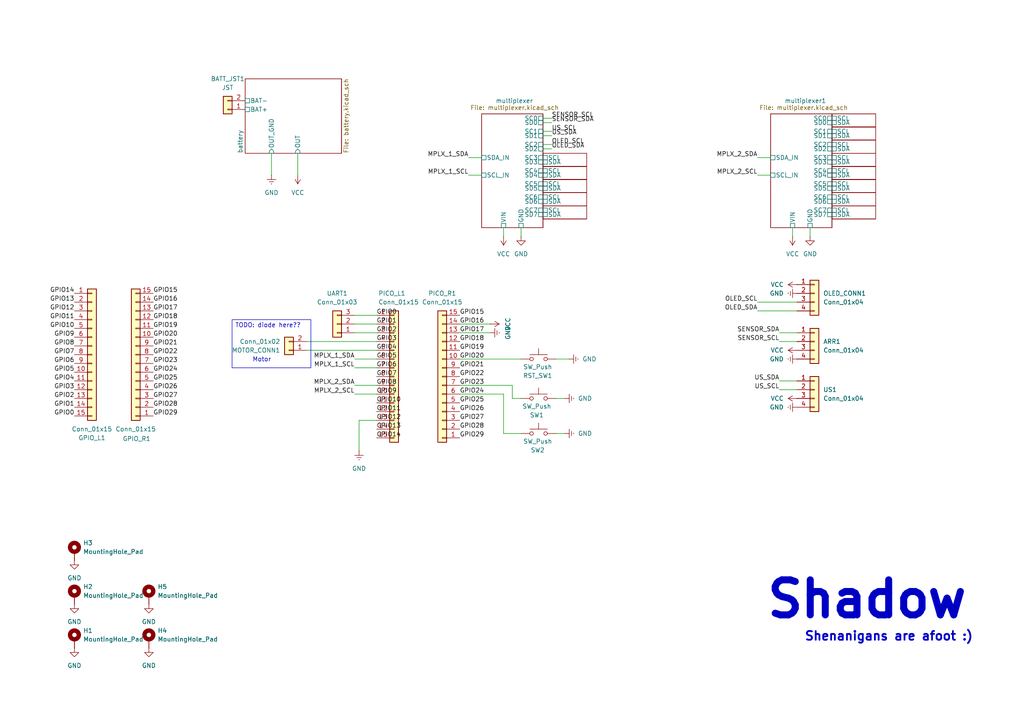
<source format=kicad_sch>
(kicad_sch (version 20231120) (generator "eeschema") (generator_version "8.0")
  (paper "A4")
  (title_block (title "Shadow") (date "2025-01-05") (rev "0.1") (company "York Mills Collegiate Institute") (comment 1 "Shenanigans are afoot :)"))
  (lib_symbols
    (symbol "Connector_Generic:Conn_01x02" (pin_names (offset 1.016) hide)
      (property "Reference" "J" (at 0 2.54 0))
      (property "Value" "Conn_01x02" (at 0 -5.08 0))
      (symbol "Conn_01x02_1_1"
        (rectangle (start -1.27 -2.413) (end 0 -2.667) (stroke (width 0.1524)))
        (rectangle (start -1.27 0.127) (end 0 -0.127) (stroke (width 0.1524)))
        (rectangle (start -1.27 1.27) (end 1.27 -3.81) (stroke (width 0.254)) (fill (type background)))
        (pin passive line (at -5.08 0 0) (length 3.81) (name "Pin_1") (number "1"))
        (pin passive line (at -5.08 -2.54 0) (length 3.81) (name "Pin_2") (number "2"))
      )
    )
    (symbol "Connector_Generic:Conn_01x03" (pin_names (offset 1.016) hide)
      (property "Reference" "J" (at 0 5.08 0))
      (property "Value" "Conn_01x03" (at 0 -5.08 0))
      (symbol "Conn_01x03_1_1"
        (rectangle (start -1.27 -2.413) (end 0 -2.667) (stroke (width 0.1524)))
        (rectangle (start -1.27 0.127) (end 0 -0.127) (stroke (width 0.1524)))
        (rectangle (start -1.27 2.667) (end 0 2.413) (stroke (width 0.1524)))
        (rectangle (start -1.27 3.81) (end 1.27 -3.81) (stroke (width 0.254)) (fill (type background)))
        (pin passive line (at -5.08 2.54 0) (length 3.81) (name "Pin_1") (number "1"))
        (pin passive line (at -5.08 0 0) (length 3.81) (name "Pin_2") (number "2"))
        (pin passive line (at -5.08 -2.54 0) (length 3.81) (name "Pin_3") (number "3"))
      )
    )
    (symbol "Connector_Generic:Conn_01x04" (pin_names (offset 1.016) hide)
      (property "Reference" "J" (at 0 5.08 0))
      (property "Value" "Conn_01x04" (at 0 -7.62 0))
      (symbol "Conn_01x04_1_1"
        (rectangle (start -1.27 -4.953) (end 0 -5.207) (stroke (width 0.1524)))
        (rectangle (start -1.27 -2.413) (end 0 -2.667) (stroke (width 0.1524)))
        (rectangle (start -1.27 0.127) (end 0 -0.127) (stroke (width 0.1524)))
        (rectangle (start -1.27 2.667) (end 0 2.413) (stroke (width 0.1524)))
        (rectangle (start -1.27 3.81) (end 1.27 -6.35) (stroke (width 0.254)) (fill (type background)))
        (pin passive line (at -5.08 2.54 0) (length 3.81) (name "Pin_1") (number "1"))
        (pin passive line (at -5.08 0 0) (length 3.81) (name "Pin_2") (number "2"))
        (pin passive line (at -5.08 -2.54 0) (length 3.81) (name "Pin_3") (number "3"))
        (pin passive line (at -5.08 -5.08 0) (length 3.81) (name "Pin_4") (number "4"))
      )
    )
    (symbol "Connector_Generic:Conn_01x15" (pin_names (offset 1.016) hide)
      (property "Reference" "J" (at 0 20.32 0))
      (property "Value" "Conn_01x15" (at 0 -20.32 0))
      (symbol "Conn_01x15_1_1"
        (rectangle (start -1.27 -17.653) (end 0 -17.907) (stroke (width 0.1524)))
        (rectangle (start -1.27 -15.113) (end 0 -15.367) (stroke (width 0.1524)))
        (rectangle (start -1.27 -12.573) (end 0 -12.827) (stroke (width 0.1524)))
        (rectangle (start -1.27 -10.033) (end 0 -10.287) (stroke (width 0.1524)))
        (rectangle (start -1.27 -7.493) (end 0 -7.747) (stroke (width 0.1524)))
        (rectangle (start -1.27 -4.953) (end 0 -5.207) (stroke (width 0.1524)))
        (rectangle (start -1.27 -2.413) (end 0 -2.667) (stroke (width 0.1524)))
        (rectangle (start -1.27 0.127) (end 0 -0.127) (stroke (width 0.1524)))
        (rectangle (start -1.27 2.667) (end 0 2.413) (stroke (width 0.1524)))
        (rectangle (start -1.27 5.207) (end 0 4.953) (stroke (width 0.1524)))
        (rectangle (start -1.27 7.747) (end 0 7.493) (stroke (width 0.1524)))
        (rectangle (start -1.27 10.287) (end 0 10.033) (stroke (width 0.1524)))
        (rectangle (start -1.27 12.827) (end 0 12.573) (stroke (width 0.1524)))
        (rectangle (start -1.27 15.367) (end 0 15.113) (stroke (width 0.1524)))
        (rectangle (start -1.27 17.907) (end 0 17.653) (stroke (width 0.1524)))
        (rectangle (start -1.27 19.05) (end 1.27 -19.05) (stroke (width 0.254)) (fill (type background)))
        (pin passive line (at -5.08 17.78 0) (length 3.81) (name "Pin_1") (number "1"))
        (pin passive line (at -5.08 -5.08 0) (length 3.81) (name "Pin_10") (number "10"))
        (pin passive line (at -5.08 -7.62 0) (length 3.81) (name "Pin_11") (number "11"))
        (pin passive line (at -5.08 -10.16 0) (length 3.81) (name "Pin_12") (number "12"))
        (pin passive line (at -5.08 -12.7 0) (length 3.81) (name "Pin_13") (number "13"))
        (pin passive line (at -5.08 -15.24 0) (length 3.81) (name "Pin_14") (number "14"))
        (pin passive line (at -5.08 -17.78 0) (length 3.81) (name "Pin_15") (number "15"))
        (pin passive line (at -5.08 15.24 0) (length 3.81) (name "Pin_2") (number "2"))
        (pin passive line (at -5.08 12.7 0) (length 3.81) (name "Pin_3") (number "3"))
        (pin passive line (at -5.08 10.16 0) (length 3.81) (name "Pin_4") (number "4"))
        (pin passive line (at -5.08 7.62 0) (length 3.81) (name "Pin_5") (number "5"))
        (pin passive line (at -5.08 5.08 0) (length 3.81) (name "Pin_6") (number "6"))
        (pin passive line (at -5.08 2.54 0) (length 3.81) (name "Pin_7") (number "7"))
        (pin passive line (at -5.08 0 0) (length 3.81) (name "Pin_8") (number "8"))
        (pin passive line (at -5.08 -2.54 0) (length 3.81) (name "Pin_9") (number "9"))
      )
    )
    (symbol "Mechanical:MountingHole_Pad" (pin_numbers hide) (pin_names (offset 1.016) hide) (exclude_from_sim yes) (in_bom no)
      (property "Reference" "H" (at 0 6.35 0))
      (property "Value" "MountingHole_Pad" (at 0 4.445 0))
      (symbol "MountingHole_Pad_0_1"
        (circle (center 0 1.27) (radius 1.27) (stroke (width 1.27)))
      )
      (symbol "MountingHole_Pad_1_1"
        (pin input line (at 0 -2.54 90) (length 2.54) (name "1") (number "1"))
      )
    )
    (symbol "Switch:SW_Push" (pin_numbers hide) (pin_names (offset 1.016) hide)
      (property "Reference" "SW" (at 1.27 2.54 0))
      (property "Value" "SW_Push" (at 0 -1.524 0))
      (symbol "SW_Push_0_1"
        (circle (center -2.032 0) (radius 0.508))
        (polyline (pts (xy 0 1.27) (xy 0 3.048)))
        (polyline (pts (xy 2.54 1.27) (xy -2.54 1.27)))
        (circle (center 2.032 0) (radius 0.508))
        (pin passive line (at -5.08 0 0) (length 2.54) (name "1") (number "1"))
        (pin passive line (at 5.08 0 180) (length 2.54) (name "2") (number "2"))
      )
    )
    (symbol "power:Earth" (power) (pin_numbers hide) (pin_names (offset 0) hide)
      (property "Value" "Earth" (at 0 -3.81 0))
      (symbol "Earth_0_1"
        (polyline (pts (xy -0.635 -1.905) (xy 0.635 -1.905)))
        (polyline (pts (xy -0.127 -2.54) (xy 0.127 -2.54)))
        (polyline (pts (xy 0 -1.27) (xy 0 0)))
        (polyline (pts (xy 1.27 -1.27) (xy -1.27 -1.27)))
      )
      (symbol "Earth_1_1"
        (pin power_in line (at 0 0 270) (length 0) (name "~") (number "1"))
      )
    )
    (symbol "power:GND" (power) (pin_numbers hide) (pin_names (offset 0) hide)
      (property "Value" "GND" (at 0 -3.81 0))
      (symbol "GND_0_1"
        (polyline (pts (xy 0 0) (xy 0 -1.27) (xy 1.27 -1.27) (xy 0 -2.54) (xy -1.27 -1.27) (xy 0 -1.27)))
      )
      (symbol "GND_1_1"
        (pin power_in line (at 0 0 270) (length 0) (name "~") (number "1"))
      )
    )
    (symbol "power:VCC" (power) (pin_numbers hide) (pin_names (offset 0) hide)
      (property "Value" "VCC" (at 0 3.556 0))
      (symbol "VCC_0_1"
        (polyline (pts (xy -0.762 1.27) (xy 0 2.54)))
        (polyline (pts (xy 0 0) (xy 0 2.54)))
        (polyline (pts (xy 0 2.54) (xy 0.762 1.27)))
      )
      (symbol "VCC_1_1"
        (pin power_in line (at 0 0 90) (length 0) (name "~") (number "1"))
      )
    )
  )
  (wire (pts (xy 104.14 121.92) (xy 104.14 130.81)))
  (wire (pts (xy 102.87 104.14) (xy 109.22 104.14)))
  (wire (pts (xy 102.87 91.44) (xy 109.22 91.44)))
  (wire (pts (xy 78.74 44.45) (xy 78.74 50.8)))
  (wire (pts (xy 102.87 111.76) (xy 109.22 111.76)))
  (wire (pts (xy 219.71 50.8) (xy 223.52 50.8)))
  (wire (pts (xy 157.48 35.56) (xy 160.02 35.56)))
  (wire (pts (xy 226.06 96.52) (xy 231.14 96.52)))
  (wire (pts (xy 102.87 93.98) (xy 109.22 93.98)))
  (wire (pts (xy 219.71 90.17) (xy 231.14 90.17)))
  (wire (pts (xy 86.36 50.8) (xy 86.36 44.45)))
  (wire (pts (xy 163.83 125.73) (xy 161.29 125.73)))
  (wire (pts (xy 161.29 104.14) (xy 165.1 104.14)))
  (wire (pts (xy 135.89 45.72) (xy 139.7 45.72)))
  (wire (pts (xy 133.35 111.76) (xy 148.59 111.76)))
  (wire (pts (xy 161.29 115.57) (xy 163.83 115.57)))
  (wire (pts (xy 160.02 43.18) (xy 157.48 43.18)))
  (wire (pts (xy 148.59 111.76) (xy 148.59 115.57)))
  (wire (pts (xy 219.71 45.72) (xy 223.52 45.72)))
  (wire (pts (xy 88.9 101.6) (xy 109.22 101.6)))
  (wire (pts (xy 157.48 39.37) (xy 160.02 39.37)))
  (wire (pts (xy 157.48 41.91) (xy 160.02 41.91)))
  (wire (pts (xy 234.95 68.58) (xy 234.95 66.04)))
  (wire (pts (xy 146.05 68.58) (xy 146.05 66.04)))
  (wire (pts (xy 88.9 99.06) (xy 109.22 99.06)))
  (wire (pts (xy 104.14 121.92) (xy 109.22 121.92)))
  (wire (pts (xy 226.06 110.49) (xy 231.14 110.49)))
  (wire (pts (xy 102.87 96.52) (xy 109.22 96.52)))
  (wire (pts (xy 146.05 114.3) (xy 146.05 125.73)))
  (wire (pts (xy 133.35 104.14) (xy 151.13 104.14)))
  (wire (pts (xy 142.24 96.52) (xy 133.35 96.52)))
  (wire (pts (xy 135.89 50.8) (xy 139.7 50.8)))
  (wire (pts (xy 226.06 99.06) (xy 231.14 99.06)))
  (wire (pts (xy 142.24 93.98) (xy 133.35 93.98)))
  (wire (pts (xy 148.59 115.57) (xy 151.13 115.57)))
  (wire (pts (xy 157.48 34.29) (xy 160.02 34.29)))
  (wire (pts (xy 133.35 114.3) (xy 146.05 114.3)))
  (wire (pts (xy 219.71 87.63) (xy 231.14 87.63)))
  (wire (pts (xy 146.05 125.73) (xy 151.13 125.73)))
  (wire (pts (xy 226.06 113.03) (xy 231.14 113.03)))
  (wire (pts (xy 229.87 68.58) (xy 229.87 66.04)))
  (wire (pts (xy 157.48 38.1) (xy 160.02 38.1)))
  (wire (pts (xy 102.87 106.68) (xy 109.22 106.68)))
  (wire (pts (xy 151.13 68.58) (xy 151.13 66.04)))
  (wire (pts (xy 102.87 114.3) (xy 109.22 114.3)))
  (rectangle (start 67.31 92.71) (end 90.17 106.68))
  (text "TODO: diode here??" (at 77.724 94.488 0) (effects (font (size 1.27 1.27))))
  (text "Shadow\n" (at 251.46 173.99 0) (effects (font (size 10.16 10.16) (thickness 2.032) (bold yes))))
  (text "Motor" (at 75.946 104.394 0) (effects (font (size 1.27 1.27))))
  (text "Shenanigans are afoot :)" (at 257.81 184.658 0) (effects (font (size 2.54 2.54) (thickness 0.508) (bold yes))))
  (label "GPIO14" (at 21.59 85.09 180))
  (label "MPLX_2_SCL" (at 102.87 114.3 180))
  (label "GPIO18" (at 133.35 99.06 0))
  (label "GPIO25" (at 44.45 110.49 0))
  (label "GPIO20" (at 133.35 104.14 0))
  (label "GPIO8" (at 21.59 100.33 180))
  (label "GPIO20" (at 44.45 97.79 0))
  (label "GPIO10" (at 21.59 95.25 180))
  (label "MPLX_1_SDA" (at 102.87 104.14 180))
  (label "MPLX_2_SDA" (at 102.87 111.76 180))
  (label "GPIO8" (at 109.22 111.76 0))
  (label "GPIO18" (at 44.45 92.71 0))
  (label "GPIO28" (at 44.45 118.11 0))
  (label "MPLX_1_SCL" (at 102.87 106.68 180))
  (label "SENSOR_SCL" (at 160.02 34.29 0))
  (label "GPIO16" (at 133.35 93.98 0))
  (label "MPLX_2_SDA" (at 219.71 45.72 180))
  (label "GPIO0" (at 109.22 91.44 0))
  (label "GPIO4" (at 109.22 101.6 0))
  (label "GPIO4" (at 21.59 110.49 180))
  (label "GPIO16" (at 44.45 87.63 0))
  (label "US_SDA" (at 160.02 39.37 0))
  (label "GPIO6" (at 21.59 105.41 180))
  (label "GPIO2" (at 21.59 115.57 180))
  (label "GPIO5" (at 21.59 107.95 180))
  (label "MPLX_2_SCL" (at 219.71 50.8 180))
  (label "GPIO5" (at 109.22 104.14 0))
  (label "GPIO2" (at 109.22 96.52 0))
  (label "GPIO12" (at 21.59 90.17 180))
  (label "GPIO1" (at 21.59 118.11 180))
  (label "OLED_SDA" (at 160.02 43.18 0))
  (label "GPIO28" (at 133.35 124.46 0))
  (label "GPIO22" (at 133.35 109.22 0))
  (label "GPIO6" (at 109.22 106.68 0))
  (label "GPIO3" (at 109.22 99.06 0))
  (label "GPIO0" (at 21.59 120.65 180))
  (label "GPIO17" (at 133.35 96.52 0))
  (label "GPIO1" (at 109.22 93.98 0))
  (label "GPIO15" (at 133.35 91.44 0))
  (label "US_SCL" (at 160.02 38.1 0))
  (label "GPIO10" (at 109.22 116.84 0))
  (label "GPIO3" (at 21.59 113.03 180))
  (label "GPIO24" (at 133.35 114.3 0))
  (label "OLED_SDA" (at 219.71 90.17 180))
  (label "GPIO23" (at 44.45 105.41 0))
  (label "MPLX_1_SCL" (at 135.89 50.8 180))
  (label "GPIO19" (at 44.45 95.25 0))
  (label "GPIO12" (at 109.22 121.92 0))
  (label "GPIO27" (at 44.45 115.57 0))
  (label "GPIO26" (at 133.35 119.38 0))
  (label "GPIO11" (at 109.22 119.38 0))
  (label "SENSOR_SCL" (at 226.06 99.06 180))
  (label "GPIO25" (at 133.35 116.84 0))
  (label "GPIO24" (at 44.45 107.95 0))
  (label "GPIO21" (at 133.35 106.68 0))
  (label "GPIO13" (at 21.59 87.63 180))
  (label "GPIO9" (at 21.59 97.79 180))
  (label "GPIO7" (at 109.22 109.22 0))
  (label "OLED_SCL" (at 219.71 87.63 180))
  (label "GPIO15" (at 44.45 85.09 0))
  (label "MPLX_1_SDA" (at 135.89 45.72 180))
  (label "SENSOR_SDA" (at 226.06 96.52 180))
  (label "GPIO23" (at 133.35 111.76 0))
  (label "GPIO17" (at 44.45 90.17 0))
  (label "OLED_SCL" (at 160.02 41.91 0))
  (label "GPIO11" (at 21.59 92.71 180))
  (label "US_SCL" (at 226.06 113.03 180))
  (label "GPIO22" (at 44.45 102.87 0))
  (label "GPIO29" (at 133.35 127 0))
  (label "GPIO14" (at 109.22 127 0))
  (label "GPIO27" (at 133.35 121.92 0))
  (label "US_SDA" (at 226.06 110.49 180))
  (label "GPIO21" (at 44.45 100.33 0))
  (label "GPIO7" (at 21.59 102.87 180))
  (label "GPIO29" (at 44.45 120.65 0))
  (label "GPIO9" (at 109.22 114.3 0))
  (label "GPIO13" (at 109.22 124.46 0))
  (label "GPIO26" (at 44.45 113.03 0))
  (label "SENSOR_SDA" (at 160.02 35.56 0))
  (label "GPIO19" (at 133.35 101.6 0))
  (symbol (lib_id "Connector_Generic:Conn_01x02") (at 83.82 101.6 180) (unit 1)
    (property "Reference" "MOTOR_CONN1" (at 81.28 101.6001 0) (effects (justify left)))
    (property "Value" "Conn_01x02" (at 81.28 99.0601 0) (effects (justify left)))
    (property "Footprint" "Connector_PinSocket_2.54mm:PinSocket_1x02_P2.54mm_Vertical" (effects (hide yes)))
    (property "Description" "Generic connector, single row, 01x02, script generated (kicad-library-utils/schlib/autogen/connector/)" (effects (hide yes)))
  )
  (symbol (lib_id "power:Earth") (at 231.14 104.14 270) (unit 1)
    (property "Reference" "#PWR051" (effects (hide yes)))
    (property "Value" "GND" (at 227.33 104.1399 90) (effects (justify right)))
    (property "Description" "Power symbol creates a global label with name \"Earth\"" (effects (hide yes)))
  )
  (symbol (lib_id "Switch:SW_Push") (at 156.21 125.73 0) (unit 1)
    (property "Reference" "SW2" (at 155.956 130.556 0))
    (property "Value" "SW_Push" (at 155.956 128.016 0))
    (property "Footprint" "Button_Switch_THT:SW_PUSH_6mm" (effects (hide yes)))
    (property "Description" "Push button switch, generic, two pins" (effects (hide yes)))
  )
  (symbol (lib_id "power:VCC") (at 229.87 68.58 180) (unit 1)
    (property "Reference" "#PWR047" (effects (hide yes)))
    (property "Value" "VCC" (at 229.87 73.66 0))
    (property "Description" "Power symbol creates a global label with name \"VCC\"" (effects (hide yes)))
  )
  (symbol (lib_id "Connector_Generic:Conn_01x02") (at 66.04 31.75 180) (unit 1)
    (property "Reference" "BATT_JST1" (at 66.04 22.86 0))
    (property "Value" "JST" (at 66.04 25.4 0))
    (property "Footprint" "Connector_JST:JST_XH_B2B-XH-A_1x02_P2.50mm_Vertical" (effects (hide yes)))
    (property "Description" "Generic connector, single row, 01x02, script generated (kicad-library-utils/schlib/autogen/connector/)" (effects (hide yes)))
  )
  (symbol (lib_id "power:GND") (at 43.18 187.96 0) (unit 1)
    (property "Reference" "#PWR023" (effects (hide yes)))
    (property "Value" "GND" (at 43.18 193.04 0))
    (property "Description" "Power symbol creates a global label with name \"GND\" , ground" (effects (hide yes)))
  )
  (symbol (lib_id "power:GND") (at 21.59 162.56 0) (unit 1)
    (property "Reference" "#PWR021" (effects (hide yes)))
    (property "Value" "GND" (at 21.59 167.64 0))
    (property "Description" "Power symbol creates a global label with name \"GND\" , ground" (effects (hide yes)))
  )
  (symbol (lib_id "power:VCC") (at 86.36 50.8 180) (unit 1)
    (property "Reference" "#PWR01" (effects (hide yes)))
    (property "Value" "VCC" (at 86.36 55.88 0))
    (property "Description" "Power symbol creates a global label with name \"VCC\"" (effects (hide yes)))
  )
  (symbol (lib_id "Connector_Generic:Conn_01x03") (at 97.79 93.98 180) (unit 1)
    (property "Reference" "UART1" (at 97.79 85.09 0))
    (property "Value" "Conn_01x03" (at 97.79 87.63 0))
    (property "Footprint" "Connector_PinSocket_2.54mm:PinSocket_1x03_P2.54mm_Vertical" (effects (hide yes)))
    (property "Description" "Generic connector, single row, 01x03, script generated (kicad-library-utils/schlib/autogen/connector/)" (effects (hide yes)))
  )
  (symbol (lib_id "power:VCC") (at 142.24 93.98 270) (unit 1)
    (property "Reference" "#PWR077" (effects (hide yes)))
    (property "Value" "VCC" (at 147.32 93.98 0))
    (property "Description" "Power symbol creates a global label with name \"VCC\"" (effects (hide yes)))
  )
  (symbol (lib_id "Mechanical:MountingHole_Pad") (at 43.18 172.72 0) (unit 1) (exclude_from_sim yes) (in_bom no)
    (property "Reference" "H5" (at 45.72 170.1799 0) (effects (justify left)))
    (property "Value" "MountingHole_Pad" (at 45.72 172.7199 0) (effects (justify left)))
    (property "Footprint" "MountingHole:MountingHole_4.3mm_M4_DIN965_Pad" (effects (hide yes)))
    (property "Description" "Mounting Hole with connection" (effects (hide yes)))
  )
  (symbol (lib_id "power:GND") (at 151.13 68.58 0) (unit 1)
    (property "Reference" "#PWR049" (effects (hide yes)))
    (property "Value" "GND" (at 151.13 73.66 0))
    (property "Description" "Power symbol creates a global label with name \"GND\" , ground" (effects (hide yes)))
  )
  (symbol (lib_id "Connector_Generic:Conn_01x15") (at 39.37 102.87 180) (unit 1)
    (property "Reference" "GPIO_R1" (at 39.624 127.254 0))
    (property "Value" "Conn_01x15" (at 39.37 124.46 0))
    (property "Footprint" "Connector_PinSocket_2.54mm:PinSocket_1x15_P2.54mm_Vertical" (effects (hide yes)))
    (property "Description" "Generic connector, single row, 01x15, script generated (kicad-library-utils/schlib/autogen/connector/)" (effects (hide yes)))
  )
  (symbol (lib_id "power:Earth") (at 104.14 130.81 0) (unit 1)
    (property "Reference" "#PWR016" (effects (hide yes)))
    (property "Value" "GND" (at 104.14 135.89 0))
    (property "Description" "Power symbol creates a global label with name \"Earth\"" (effects (hide yes)))
  )
  (symbol (lib_id "Switch:SW_Push") (at 156.21 104.14 0) (unit 1)
    (property "Reference" "RST_SW1" (at 155.956 108.966 0))
    (property "Value" "SW_Push" (at 155.956 106.426 0))
    (property "Footprint" "Button_Switch_THT:SW_PUSH_6mm" (effects (hide yes)))
    (property "Description" "Push button switch, generic, two pins" (effects (hide yes)))
  )
  (symbol (lib_id "Connector_Generic:Conn_01x15") (at 26.67 102.87 0) (unit 1)
    (property "Reference" "GPIO_L1" (at 26.67 127 0))
    (property "Value" "Conn_01x15" (at 26.67 124.46 0))
    (property "Footprint" "Connector_PinSocket_2.54mm:PinSocket_1x15_P2.54mm_Vertical" (effects (hide yes)))
    (property "Description" "Generic connector, single row, 01x15, script generated (kicad-library-utils/schlib/autogen/connector/)" (effects (hide yes)))
  )
  (symbol (lib_id "power:GND") (at 43.18 175.26 0) (unit 1)
    (property "Reference" "#PWR024" (effects (hide yes)))
    (property "Value" "GND" (at 43.18 180.34 0))
    (property "Description" "Power symbol creates a global label with name \"GND\" , ground" (effects (hide yes)))
  )
  (symbol (lib_id "Connector_Generic:Conn_01x15") (at 128.27 109.22 180) (unit 1)
    (property "Reference" "PICO_R1" (at 128.27 85.09 0))
    (property "Value" "Conn_01x15" (at 128.27 87.63 0))
    (property "Footprint" "Connector_PinSocket_2.54mm:PinSocket_1x15_P2.54mm_Vertical" (effects (hide yes)))
    (property "Description" "Generic connector, single row, 01x15, script generated (kicad-library-utils/schlib/autogen/connector/)" (effects (hide yes)))
  )
  (symbol (lib_id "Mechanical:MountingHole_Pad") (at 21.59 185.42 0) (unit 1) (exclude_from_sim yes) (in_bom no)
    (property "Reference" "H1" (at 24.13 182.8799 0) (effects (justify left)))
    (property "Value" "MountingHole_Pad" (at 24.13 185.4199 0) (effects (justify left)))
    (property "Footprint" "MountingHole:MountingHole_4.3mm_M4_DIN965_Pad" (effects (hide yes)))
    (property "Description" "Mounting Hole with connection" (effects (hide yes)))
  )
  (symbol (lib_id "Connector_Generic:Conn_01x15") (at 114.3 109.22 0) (unit 1)
    (property "Reference" "PICO_L1" (at 109.728 85.09 0) (effects (justify left)))
    (property "Value" "Conn_01x15" (at 109.728 87.63 0) (effects (justify left)))
    (property "Footprint" "Connector_PinSocket_2.54mm:PinSocket_1x15_P2.54mm_Vertical" (effects (hide yes)))
    (property "Description" "Generic connector, single row, 01x15, script generated (kicad-library-utils/schlib/autogen/connector/)" (effects (hide yes)))
  )
  (symbol (lib_id "Connector_Generic:Conn_01x04") (at 236.22 99.06 0) (unit 1)
    (property "Reference" "ARR1" (at 238.76 99.0599 0) (effects (justify left)))
    (property "Value" "Conn_01x04" (at 238.76 101.5999 0) (effects (justify left)))
    (property "Footprint" "Connector_PinSocket_2.54mm:PinSocket_1x04_P2.54mm_Vertical" (effects (hide yes)))
    (property "Description" "Generic connector, single row, 01x04, script generated (kicad-library-utils/schlib/autogen/connector/)" (effects (hide yes)))
  )
  (symbol (lib_id "power:Earth") (at 231.14 85.09 270) (unit 1)
    (property "Reference" "#PWR015" (effects (hide yes)))
    (property "Value" "GND" (at 227.33 85.0899 90) (effects (justify right)))
    (property "Description" "Power symbol creates a global label with name \"Earth\"" (effects (hide yes)))
  )
  (symbol (lib_id "power:VCC") (at 231.14 101.6 90) (unit 1)
    (property "Reference" "#PWR050" (effects (hide yes)))
    (property "Value" "VCC" (at 227.33 101.5999 90) (effects (justify left)))
    (property "Description" "Power symbol creates a global label with name \"VCC\"" (effects (hide yes)))
  )
  (symbol (lib_id "power:VCC") (at 231.14 115.57 90) (unit 1)
    (property "Reference" "#PWR052" (effects (hide yes)))
    (property "Value" "VCC" (at 227.33 115.5699 90) (effects (justify left)))
    (property "Description" "Power symbol creates a global label with name \"VCC\"" (effects (hide yes)))
  )
  (symbol (lib_id "power:GND") (at 234.95 68.58 0) (unit 1)
    (property "Reference" "#PWR048" (effects (hide yes)))
    (property "Value" "GND" (at 234.95 73.66 0))
    (property "Description" "Power symbol creates a global label with name \"GND\" , ground" (effects (hide yes)))
  )
  (symbol (lib_id "Connector_Generic:Conn_01x04") (at 236.22 85.09 0) (unit 1)
    (property "Reference" "OLED_CONN1" (at 238.76 85.0899 0) (effects (justify left)))
    (property "Value" "Conn_01x04" (at 238.76 87.6299 0) (effects (justify left)))
    (property "Footprint" "Connector_PinSocket_2.54mm:PinSocket_1x04_P2.54mm_Vertical" (effects (hide yes)))
    (property "Description" "Generic connector, single row, 01x04, script generated (kicad-library-utils/schlib/autogen/connector/)" (effects (hide yes)))
  )
  (symbol (lib_id "power:Earth") (at 163.83 115.57 90) (unit 1)
    (property "Reference" "#PWR027" (effects (hide yes)))
    (property "Value" "GND" (at 167.64 115.5699 90) (effects (justify right)))
    (property "Description" "Power symbol creates a global label with name \"Earth\"" (effects (hide yes)))
  )
  (symbol (lib_id "Mechanical:MountingHole_Pad") (at 21.59 160.02 0) (unit 1) (exclude_from_sim yes) (in_bom no)
    (property "Reference" "H3" (at 24.13 157.4799 0) (effects (justify left)))
    (property "Value" "MountingHole_Pad" (at 24.13 160.0199 0) (effects (justify left)))
    (property "Footprint" "MountingHole:MountingHole_4.3mm_M4_DIN965_Pad" (effects (hide yes)))
    (property "Description" "Mounting Hole with connection" (effects (hide yes)))
  )
  (symbol (lib_id "power:VCC") (at 231.14 82.55 90) (unit 1)
    (property "Reference" "#PWR02" (effects (hide yes)))
    (property "Value" "VCC" (at 227.33 82.5499 90) (effects (justify left)))
    (property "Description" "Power symbol creates a global label with name \"VCC\"" (effects (hide yes)))
  )
  (symbol (lib_id "power:Earth") (at 231.14 118.11 270) (unit 1)
    (property "Reference" "#PWR053" (effects (hide yes)))
    (property "Value" "GND" (at 227.33 118.1099 90) (effects (justify right)))
    (property "Description" "Power symbol creates a global label with name \"Earth\"" (effects (hide yes)))
  )
  (symbol (lib_id "power:Earth") (at 78.74 50.8 0) (unit 1)
    (property "Reference" "#PWR03" (effects (hide yes)))
    (property "Value" "GND" (at 78.74 55.88 0))
    (property "Description" "Power symbol creates a global label with name \"Earth\"" (effects (hide yes)))
  )
  (symbol (lib_id "Mechanical:MountingHole_Pad") (at 43.18 185.42 0) (unit 1) (exclude_from_sim yes) (in_bom no)
    (property "Reference" "H4" (at 45.72 182.8799 0) (effects (justify left)))
    (property "Value" "MountingHole_Pad" (at 45.72 185.4199 0) (effects (justify left)))
    (property "Footprint" "MountingHole:MountingHole_4.3mm_M4_DIN965_Pad" (effects (hide yes)))
    (property "Description" "Mounting Hole with connection" (effects (hide yes)))
  )
  (symbol (lib_id "power:VCC") (at 146.05 68.58 180) (unit 1)
    (property "Reference" "#PWR046" (effects (hide yes)))
    (property "Value" "VCC" (at 146.05 73.66 0))
    (property "Description" "Power symbol creates a global label with name \"VCC\"" (effects (hide yes)))
  )
  (symbol (lib_id "power:GND") (at 21.59 187.96 0) (unit 1)
    (property "Reference" "#PWR06" (effects (hide yes)))
    (property "Value" "GND" (at 21.59 193.04 0))
    (property "Description" "Power symbol creates a global label with name \"GND\" , ground" (effects (hide yes)))
  )
  (symbol (lib_id "Mechanical:MountingHole_Pad") (at 21.59 172.72 0) (unit 1) (exclude_from_sim yes) (in_bom no)
    (property "Reference" "H2" (at 24.13 170.1799 0) (effects (justify left)))
    (property "Value" "MountingHole_Pad" (at 24.13 172.7199 0) (effects (justify left)))
    (property "Footprint" "MountingHole:MountingHole_4.3mm_M4_DIN965_Pad" (effects (hide yes)))
    (property "Description" "Mounting Hole with connection" (effects (hide yes)))
  )
  (symbol (lib_id "Connector_Generic:Conn_01x04") (at 236.22 113.03 0) (unit 1)
    (property "Reference" "US1" (at 238.76 113.0299 0) (effects (justify left)))
    (property "Value" "Conn_01x04" (at 238.76 115.5699 0) (effects (justify left)))
    (property "Footprint" "Connector_PinSocket_2.54mm:PinSocket_1x04_P2.54mm_Vertical" (effects (hide yes)))
    (property "Description" "Generic connector, single row, 01x04, script generated (kicad-library-utils/schlib/autogen/connector/)" (effects (hide yes)))
  )
  (symbol (lib_id "power:Earth") (at 142.24 96.52 90) (unit 1)
    (property "Reference" "#PWR078" (effects (hide yes)))
    (property "Value" "GND" (at 147.32 96.52 0))
    (property "Description" "Power symbol creates a global label with name \"Earth\"" (effects (hide yes)))
  )
  (symbol (lib_id "Switch:SW_Push") (at 156.21 115.57 0) (unit 1)
    (property "Reference" "SW1" (at 155.702 120.396 0))
    (property "Value" "SW_Push" (at 155.702 117.856 0))
    (property "Footprint" "Button_Switch_THT:SW_PUSH_6mm" (effects (hide yes)))
    (property "Description" "Push button switch, generic, two pins" (effects (hide yes)))
  )
  (symbol (lib_id "power:GND") (at 21.59 175.26 0) (unit 1)
    (property "Reference" "#PWR07" (effects (hide yes)))
    (property "Value" "GND" (at 21.59 180.34 0))
    (property "Description" "Power symbol creates a global label with name \"GND\" , ground" (effects (hide yes)))
  )
  (symbol (lib_id "power:Earth") (at 165.1 104.14 90) (unit 1)
    (property "Reference" "#PWR017" (effects (hide yes)))
    (property "Value" "GND" (at 168.91 104.1399 90) (effects (justify right)))
    (property "Description" "Power symbol creates a global label with name \"Earth\"" (effects (hide yes)))
  )
  (symbol (lib_id "power:Earth") (at 163.83 125.73 90) (unit 1)
    (property "Reference" "#PWR026" (effects (hide yes)))
    (property "Value" "GND" (at 167.64 125.7299 90) (effects (justify right)))
    (property "Description" "Power symbol creates a global label with name \"Earth\"" (effects (hide yes)))
  )
  (sheet (at 157.48 44.45) (size 12.7 3.81) (stroke (width 0.1524))
    (property "Sheetname" "I2C_PINOUT8" (effects (hide yes)))
    (property "Sheetfile" "I2C_PINOUT.kicad_sch" (effects (hide yes)))
    (pin "SCL" passive (at 157.48 45.72 180))
    (pin "SDA" passive (at 157.48 46.99 180))
  )
  (sheet (at 157.48 59.69) (size 12.7 3.81) (stroke (width 0.1524))
    (property "Sheetname" "I2C_PINOUT12" (effects (hide yes)))
    (property "Sheetfile" "I2C_PINOUT.kicad_sch" (effects (hide yes)))
    (pin "SCL" passive (at 157.48 60.96 180))
    (pin "SDA" passive (at 157.48 62.23 180))
  )
  (sheet (at 157.48 52.07) (size 12.7 3.81) (stroke (width 0.1524))
    (property "Sheetname" "I2C_PINOUT10" (effects (hide yes)))
    (property "Sheetfile" "I2C_PINOUT.kicad_sch" (effects (hide yes)))
    (pin "SCL" passive (at 157.48 53.34 180))
    (pin "SDA" passive (at 157.48 54.61 180))
  )
  (sheet (at 71.12 22.86) (size 27.94 21.59) (stroke (width 0.1524))
    (property "Sheetname" "battery" (at 70.4084 44.45 90) (effects (justify left bottom)))
    (property "Sheetfile" "battery.kicad_sch" (at 99.6446 44.45 90) (effects (justify left top)))
    (pin "OUT" input (at 86.36 44.45 270))
    (pin "OUT_GND" input (at 78.74 44.45 270))
    (pin "BAT+" passive (at 71.12 31.75 180))
    (pin "BAT-" passive (at 71.12 29.21 180))
  )
  (sheet (at 139.7 33.02) (size 17.78 33.02) (stroke (width 0.1524))
    (property "Sheetname" "multiplexer" (at 143.764 29.972 0) (effects (justify left bottom)))
    (property "Sheetfile" "multiplexer.kicad_sch" (at 136.398 30.48 0) (effects (justify left top)))
    (pin "VIN" passive (at 146.05 66.04 270))
    (pin "GND" passive (at 151.13 66.04 270))
    (pin "SC3" passive (at 157.48 45.72 0))
    (pin "SC7" passive (at 157.48 60.96 0))
    (pin "SC6" passive (at 157.48 57.15 0))
    (pin "SC5" passive (at 157.48 53.34 0))
    (pin "SC0" passive (at 157.48 34.29 0))
    (pin "SC1" passive (at 157.48 38.1 0))
    (pin "SC2" passive (at 157.48 41.91 0))
    (pin "SC4" passive (at 157.48 49.53 0))
    (pin "SD7" passive (at 157.48 62.23 0))
    (pin "SD6" passive (at 157.48 58.42 0))
    (pin "SD3" passive (at 157.48 46.99 0))
    (pin "SD2" passive (at 157.48 43.18 0))
    (pin "SD1" passive (at 157.48 39.37 0))
    (pin "SD0" passive (at 157.48 35.56 0))
    (pin "SD5" passive (at 157.48 54.61 0))
    (pin "SD4" passive (at 157.48 50.8 0))
    (pin "SDA_IN" passive (at 139.7 45.72 180))
    (pin "SCL_IN" passive (at 139.7 50.8 180))
  )
  (sheet (at 157.48 55.88) (size 12.7 3.81) (stroke (width 0.1524))
    (property "Sheetname" "I2C_PINOUT11" (effects (hide yes)))
    (property "Sheetfile" "I2C_PINOUT.kicad_sch" (effects (hide yes)))
    (pin "SCL" passive (at 157.48 57.15 180))
    (pin "SDA" passive (at 157.48 58.42 180))
  )
  (sheet (at 241.3 36.83) (size 12.7 3.81) (stroke (width 0.1524))
    (property "Sheetname" "I2C_PINOUT1" (effects (hide yes)))
    (property "Sheetfile" "I2C_PINOUT.kicad_sch" (effects (hide yes)))
    (pin "SCL" passive (at 241.3 38.1 180))
    (pin "SDA" passive (at 241.3 39.37 180))
  )
  (sheet (at 223.52 33.02) (size 17.78 33.02) (stroke (width 0.1524))
    (property "Sheetname" "multiplexer1" (at 227.584 29.972 0) (effects (justify left bottom)))
    (property "Sheetfile" "multiplexer.kicad_sch" (at 220.218 30.48 0) (effects (justify left top)))
    (pin "VIN" passive (at 229.87 66.04 270))
    (pin "GND" passive (at 234.95 66.04 270))
    (pin "SC3" passive (at 241.3 45.72 0))
    (pin "SC7" passive (at 241.3 60.96 0))
    (pin "SC6" passive (at 241.3 57.15 0))
    (pin "SC5" passive (at 241.3 53.34 0))
    (pin "SC0" passive (at 241.3 34.29 0))
    (pin "SC1" passive (at 241.3 38.1 0))
    (pin "SC2" passive (at 241.3 41.91 0))
    (pin "SC4" passive (at 241.3 49.53 0))
    (pin "SD7" passive (at 241.3 62.23 0))
    (pin "SD6" passive (at 241.3 58.42 0))
    (pin "SD3" passive (at 241.3 46.99 0))
    (pin "SD2" passive (at 241.3 43.18 0))
    (pin "SD1" passive (at 241.3 39.37 0))
    (pin "SD0" passive (at 241.3 35.56 0))
    (pin "SD5" passive (at 241.3 54.61 0))
    (pin "SD4" passive (at 241.3 50.8 0))
    (pin "SDA_IN" passive (at 223.52 45.72 180))
    (pin "SCL_IN" passive (at 223.52 50.8 180))
  )
  (sheet (at 241.3 55.88) (size 12.7 3.81) (stroke (width 0.1524))
    (property "Sheetname" "I2C_PINOUT6" (effects (hide yes)))
    (property "Sheetfile" "I2C_PINOUT.kicad_sch" (effects (hide yes)))
    (pin "SCL" passive (at 241.3 57.15 180))
    (pin "SDA" passive (at 241.3 58.42 180))
  )
  (sheet (at 241.3 33.02) (size 12.7 3.81) (stroke (width 0.1524))
    (property "Sheetname" "I2C_PINOUT" (effects (hide yes)))
    (property "Sheetfile" "I2C_PINOUT.kicad_sch" (effects (hide yes)))
    (pin "SCL" passive (at 241.3 34.29 180))
    (pin "SDA" passive (at 241.3 35.56 180))
  )
  (sheet (at 157.48 48.26) (size 12.7 3.81) (stroke (width 0.1524))
    (property "Sheetname" "I2C_PINOUT9" (effects (hide yes)))
    (property "Sheetfile" "I2C_PINOUT.kicad_sch" (effects (hide yes)))
    (pin "SCL" passive (at 157.48 49.53 180))
    (pin "SDA" passive (at 157.48 50.8 180))
  )
  (sheet (at 241.3 52.07) (size 12.7 3.81) (stroke (width 0.1524))
    (property "Sheetname" "I2C_PINOUT5" (effects (hide yes)))
    (property "Sheetfile" "I2C_PINOUT.kicad_sch" (effects (hide yes)))
    (pin "SCL" passive (at 241.3 53.34 180))
    (pin "SDA" passive (at 241.3 54.61 180))
  )
  (sheet (at 241.3 48.26) (size 12.7 3.81) (stroke (width 0.1524))
    (property "Sheetname" "I2C_PINOUT4" (effects (hide yes)))
    (property "Sheetfile" "I2C_PINOUT.kicad_sch" (effects (hide yes)))
    (pin "SCL" passive (at 241.3 49.53 180))
    (pin "SDA" passive (at 241.3 50.8 180))
  )
  (sheet (at 241.3 44.45) (size 12.7 3.81) (stroke (width 0.1524))
    (property "Sheetname" "I2C_PINOUT3" (effects (hide yes)))
    (property "Sheetfile" "I2C_PINOUT.kicad_sch" (effects (hide yes)))
    (pin "SCL" passive (at 241.3 45.72 180))
    (pin "SDA" passive (at 241.3 46.99 180))
  )
  (sheet (at 241.3 59.69) (size 12.7 3.81) (stroke (width 0.1524))
    (property "Sheetname" "I2C_PINOUT7" (effects (hide yes)))
    (property "Sheetfile" "I2C_PINOUT.kicad_sch" (effects (hide yes)))
    (pin "SCL" passive (at 241.3 60.96 180))
    (pin "SDA" passive (at 241.3 62.23 180))
  )
  (sheet (at 241.3 40.64) (size 12.7 3.81) (stroke (width 0.1524))
    (property "Sheetname" "I2C_PINOUT2" (effects (hide yes)))
    (property "Sheetfile" "I2C_PINOUT.kicad_sch" (effects (hide yes)))
    (pin "SCL" passive (at 241.3 41.91 180))
    (pin "SDA" passive (at 241.3 43.18 180))
  )
)
</source>
